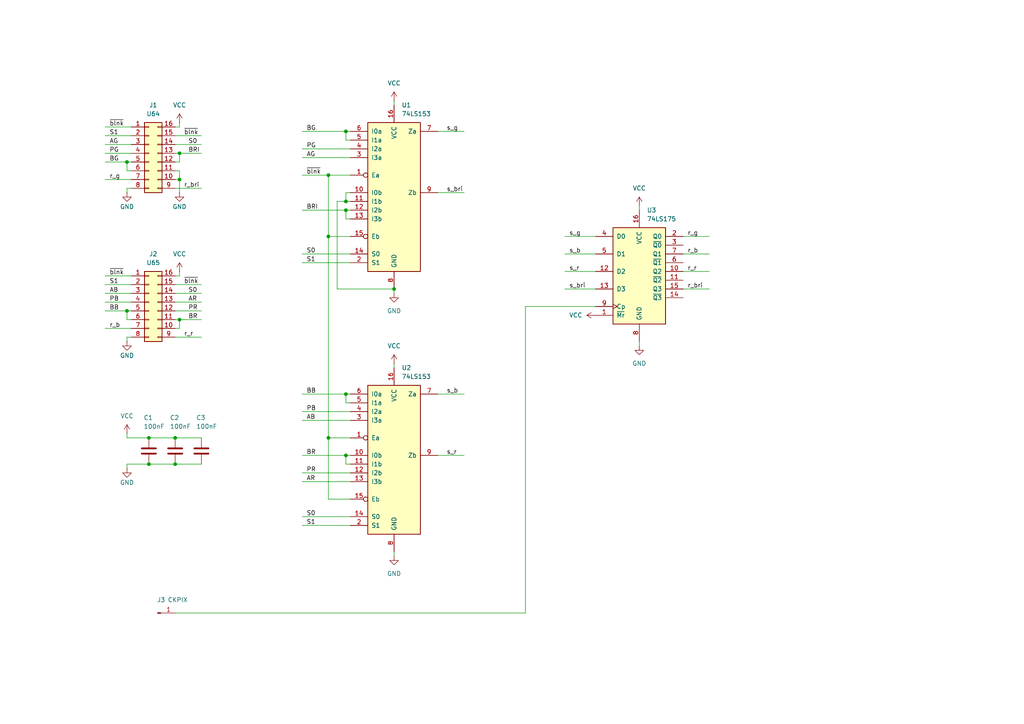
<source format=kicad_sch>
(kicad_sch (version 20231120) (generator "eeschema") (generator_version "8.0")
  (paper "A4")
  (title_block (title "GraFIX - pixel glitch eliminator for Elwro 800 Junior") (company "Przemysław Węgrzyn <pwegrzyn@codepainters.com>"))
  (lib_symbols
    (symbol "74xx:74LS153" (pin_names (offset 1.016))
      (property "Reference" "U" (at -7.62 21.59 0))
      (property "Value" "74LS153" (at -7.62 -24.13 0))
      (symbol "74LS153_1_0"
        (pin input inverted (at -12.7 5.08 0) (length 5.08) (name "Ea") (number "1"))
        (pin input line (at -12.7 0 0) (length 5.08) (name "I0b") (number "10"))
        (pin input line (at -12.7 -2.54 0) (length 5.08) (name "I1b") (number "11"))
        (pin input line (at -12.7 -5.08 0) (length 5.08) (name "I2b") (number "12"))
        (pin input line (at -12.7 -7.62 0) (length 5.08) (name "I3b") (number "13"))
        (pin input line (at -12.7 -17.78 0) (length 5.08) (name "S0") (number "14"))
        (pin input inverted (at -12.7 -12.7 0) (length 5.08) (name "Eb") (number "15"))
        (pin power_in line (at 0 25.4 270) (length 5.08) (name "VCC") (number "16"))
        (pin input line (at -12.7 -20.32 0) (length 5.08) (name "S1") (number "2"))
        (pin input line (at -12.7 10.16 0) (length 5.08) (name "I3a") (number "3"))
        (pin input line (at -12.7 12.7 0) (length 5.08) (name "I2a") (number "4"))
        (pin input line (at -12.7 15.24 0) (length 5.08) (name "I1a") (number "5"))
        (pin input line (at -12.7 17.78 0) (length 5.08) (name "I0a") (number "6"))
        (pin output line (at 12.7 17.78 180) (length 5.08) (name "Za") (number "7"))
        (pin power_in line (at 0 -27.94 90) (length 5.08) (name "GND") (number "8"))
        (pin output line (at 12.7 0 180) (length 5.08) (name "Zb") (number "9"))
      )
      (symbol "74LS153_1_1"
        (rectangle (start -7.62 20.32) (end 7.62 -22.86) (stroke (width 0.254)) (fill (type background)))
      )
    )
    (symbol "74xx:74LS175" (pin_names (offset 1.016))
      (property "Reference" "U" (at -7.62 13.97 0))
      (property "Value" "74LS175" (at -7.62 -16.51 0))
      (symbol "74LS175_1_0"
        (pin input line (at -12.7 -12.7 0) (length 5.08) (name "~{Mr}") (number "1"))
        (pin output line (at 12.7 0 180) (length 5.08) (name "Q2") (number "10"))
        (pin output line (at 12.7 -2.54 180) (length 5.08) (name "~{Q2}") (number "11"))
        (pin input line (at -12.7 0 0) (length 5.08) (name "D2") (number "12"))
        (pin input line (at -12.7 -5.08 0) (length 5.08) (name "D3") (number "13"))
        (pin output line (at 12.7 -7.62 180) (length 5.08) (name "~{Q3}") (number "14"))
        (pin output line (at 12.7 -5.08 180) (length 5.08) (name "Q3") (number "15"))
        (pin power_in line (at 0 17.78 270) (length 5.08) (name "VCC") (number "16"))
        (pin output line (at 12.7 10.16 180) (length 5.08) (name "Q0") (number "2"))
        (pin output line (at 12.7 7.62 180) (length 5.08) (name "~{Q0}") (number "3"))
        (pin input line (at -12.7 10.16 0) (length 5.08) (name "D0") (number "4"))
        (pin input line (at -12.7 5.08 0) (length 5.08) (name "D1") (number "5"))
        (pin output line (at 12.7 2.54 180) (length 5.08) (name "~{Q1}") (number "6"))
        (pin output line (at 12.7 5.08 180) (length 5.08) (name "Q1") (number "7"))
        (pin power_in line (at 0 -20.32 90) (length 5.08) (name "GND") (number "8"))
        (pin input clock (at -12.7 -10.16 0) (length 5.08) (name "Cp") (number "9"))
      )
      (symbol "74LS175_1_1"
        (rectangle (start -7.62 12.7) (end 7.62 -15.24) (stroke (width 0.254)) (fill (type background)))
      )
    )
    (symbol "Connector:Conn_01x01_Pin" (pin_names (offset 1.016) hide)
      (property "Reference" "J" (at 0 2.54 0))
      (property "Value" "Conn_01x01_Pin" (at 0 -2.54 0))
      (symbol "Conn_01x01_Pin_1_1"
        (polyline (pts (xy 1.27 0) (xy 0.8636 0)) (stroke (width 0.1524)))
        (rectangle (start 0.8636 0.127) (end 0 -0.127) (stroke (width 0.1524)) (fill (type outline)))
        (pin passive line (at 5.08 0 180) (length 3.81) (name "Pin_1") (number "1"))
      )
    )
    (symbol "Connector_Generic:Conn_02x08_Counter_Clockwise" (pin_names (offset 1.016) hide)
      (property "Reference" "J" (at 1.27 10.16 0))
      (property "Value" "Conn_02x08_Counter_Clockwise" (at 1.27 -12.7 0))
      (symbol "Conn_02x08_Counter_Clockwise_1_1"
        (rectangle (start -1.27 -10.033) (end 0 -10.287) (stroke (width 0.1524)))
        (rectangle (start -1.27 -7.493) (end 0 -7.747) (stroke (width 0.1524)))
        (rectangle (start -1.27 -4.953) (end 0 -5.207) (stroke (width 0.1524)))
        (rectangle (start -1.27 -2.413) (end 0 -2.667) (stroke (width 0.1524)))
        (rectangle (start -1.27 0.127) (end 0 -0.127) (stroke (width 0.1524)))
        (rectangle (start -1.27 2.667) (end 0 2.413) (stroke (width 0.1524)))
        (rectangle (start -1.27 5.207) (end 0 4.953) (stroke (width 0.1524)))
        (rectangle (start -1.27 7.747) (end 0 7.493) (stroke (width 0.1524)))
        (rectangle (start -1.27 8.89) (end 3.81 -11.43) (stroke (width 0.254)) (fill (type background)))
        (rectangle (start 3.81 -10.033) (end 2.54 -10.287) (stroke (width 0.1524)))
        (rectangle (start 3.81 -7.493) (end 2.54 -7.747) (stroke (width 0.1524)))
        (rectangle (start 3.81 -4.953) (end 2.54 -5.207) (stroke (width 0.1524)))
        (rectangle (start 3.81 -2.413) (end 2.54 -2.667) (stroke (width 0.1524)))
        (rectangle (start 3.81 0.127) (end 2.54 -0.127) (stroke (width 0.1524)))
        (rectangle (start 3.81 2.667) (end 2.54 2.413) (stroke (width 0.1524)))
        (rectangle (start 3.81 5.207) (end 2.54 4.953) (stroke (width 0.1524)))
        (rectangle (start 3.81 7.747) (end 2.54 7.493) (stroke (width 0.1524)))
        (pin passive line (at -5.08 7.62 0) (length 3.81) (name "Pin_1") (number "1"))
        (pin passive line (at 7.62 -7.62 180) (length 3.81) (name "Pin_10") (number "10"))
        (pin passive line (at 7.62 -5.08 180) (length 3.81) (name "Pin_11") (number "11"))
        (pin passive line (at 7.62 -2.54 180) (length 3.81) (name "Pin_12") (number "12"))
        (pin passive line (at 7.62 0 180) (length 3.81) (name "Pin_13") (number "13"))
        (pin passive line (at 7.62 2.54 180) (length 3.81) (name "Pin_14") (number "14"))
        (pin passive line (at 7.62 5.08 180) (length 3.81) (name "Pin_15") (number "15"))
        (pin passive line (at 7.62 7.62 180) (length 3.81) (name "Pin_16") (number "16"))
        (pin passive line (at -5.08 5.08 0) (length 3.81) (name "Pin_2") (number "2"))
        (pin passive line (at -5.08 2.54 0) (length 3.81) (name "Pin_3") (number "3"))
        (pin passive line (at -5.08 0 0) (length 3.81) (name "Pin_4") (number "4"))
        (pin passive line (at -5.08 -2.54 0) (length 3.81) (name "Pin_5") (number "5"))
        (pin passive line (at -5.08 -5.08 0) (length 3.81) (name "Pin_6") (number "6"))
        (pin passive line (at -5.08 -7.62 0) (length 3.81) (name "Pin_7") (number "7"))
        (pin passive line (at -5.08 -10.16 0) (length 3.81) (name "Pin_8") (number "8"))
        (pin passive line (at 7.62 -10.16 180) (length 3.81) (name "Pin_9") (number "9"))
      )
    )
    (symbol "Device:C" (pin_numbers hide) (pin_names (offset 0.254))
      (property "Reference" "C" (at 0.635 2.54 0))
      (property "Value" "C" (at 0.635 -2.54 0))
      (symbol "C_0_1"
        (polyline (pts (xy -2.032 -0.762) (xy 2.032 -0.762)) (stroke (width 0.508)))
        (polyline (pts (xy -2.032 0.762) (xy 2.032 0.762)) (stroke (width 0.508)))
      )
      (symbol "C_1_1"
        (pin passive line (at 0 3.81 270) (length 2.794) (name "~") (number "1"))
        (pin passive line (at 0 -3.81 90) (length 2.794) (name "~") (number "2"))
      )
    )
    (symbol "power:GND" (power) (pin_numbers hide) (pin_names (offset 0) hide)
      (property "Value" "GND" (at 0 -3.81 0))
      (symbol "GND_0_1"
        (polyline (pts (xy 0 0) (xy 0 -1.27) (xy 1.27 -1.27) (xy 0 -2.54) (xy -1.27 -1.27) (xy 0 -1.27)))
      )
      (symbol "GND_1_1"
        (pin power_in line (at 0 0 270) (length 0) (name "~") (number "1"))
      )
    )
    (symbol "power:VCC" (power) (pin_numbers hide) (pin_names (offset 0) hide)
      (property "Value" "VCC" (at 0 3.556 0))
      (symbol "VCC_0_1"
        (polyline (pts (xy -0.762 1.27) (xy 0 2.54)))
        (polyline (pts (xy 0 0) (xy 0 2.54)))
        (polyline (pts (xy 0 2.54) (xy 0.762 1.27)))
      )
      (symbol "VCC_1_1"
        (pin power_in line (at 0 0 90) (length 0) (name "~") (number "1"))
      )
    )
  )
  (junction (at 95.25 68.58))
  (junction (at 100.33 58.42))
  (junction (at 100.33 60.96))
  (junction (at 95.25 50.8))
  (junction (at 50.8 127))
  (junction (at 95.25 127))
  (junction (at 52.07 92.71))
  (junction (at 100.33 38.1))
  (junction (at 43.18 127))
  (junction (at 52.07 44.45))
  (junction (at 100.33 114.3))
  (junction (at 36.83 90.17))
  (junction (at 52.07 52.07))
  (junction (at 100.33 132.08))
  (junction (at 36.83 46.99))
  (junction (at 50.8 134.62))
  (junction (at 43.18 134.62))
  (junction (at 114.3 83.82))
  (wire (pts (xy 114.3 29.21) (xy 114.3 30.48)))
  (wire (pts (xy 50.8 127) (xy 43.18 127)))
  (wire (pts (xy 127 38.1) (xy 134.62 38.1)))
  (wire (pts (xy 30.48 46.99) (xy 36.83 46.99)))
  (wire (pts (xy 52.07 92.71) (xy 58.42 92.71)))
  (wire (pts (xy 50.8 36.83) (xy 52.07 36.83)))
  (wire (pts (xy 50.8 95.25) (xy 52.07 95.25)))
  (wire (pts (xy 87.63 38.1) (xy 100.33 38.1)))
  (wire (pts (xy 50.8 52.07) (xy 52.07 52.07)))
  (wire (pts (xy 87.63 73.66) (xy 101.6 73.66)))
  (wire (pts (xy 101.6 63.5) (xy 100.33 63.5)))
  (wire (pts (xy 36.83 90.17) (xy 38.1 90.17)))
  (wire (pts (xy 87.63 121.92) (xy 101.6 121.92)))
  (wire (pts (xy 100.33 55.88) (xy 101.6 55.88)))
  (wire (pts (xy 198.12 78.74) (xy 205.74 78.74)))
  (wire (pts (xy 50.8 44.45) (xy 52.07 44.45)))
  (wire (pts (xy 30.48 85.09) (xy 38.1 85.09)))
  (wire (pts (xy 87.63 50.8) (xy 95.25 50.8)))
  (wire (pts (xy 87.63 45.72) (xy 101.6 45.72)))
  (wire (pts (xy 36.83 97.79) (xy 38.1 97.79)))
  (wire (pts (xy 52.07 92.71) (xy 50.8 92.71)))
  (wire (pts (xy 52.07 95.25) (xy 52.07 92.71)))
  (wire (pts (xy 50.8 90.17) (xy 58.42 90.17)))
  (wire (pts (xy 38.1 49.53) (xy 36.83 49.53)))
  (wire (pts (xy 198.12 73.66) (xy 205.74 73.66)))
  (wire (pts (xy 52.07 52.07) (xy 52.07 49.53)))
  (wire (pts (xy 100.33 60.96) (xy 101.6 60.96)))
  (wire (pts (xy 95.25 68.58) (xy 101.6 68.58)))
  (wire (pts (xy 87.63 43.18) (xy 101.6 43.18)))
  (wire (pts (xy 97.79 58.42) (xy 100.33 58.42)))
  (wire (pts (xy 127 132.08) (xy 134.62 132.08)))
  (wire (pts (xy 36.83 54.61) (xy 38.1 54.61)))
  (wire (pts (xy 30.48 80.01) (xy 38.1 80.01)))
  (wire (pts (xy 114.3 160.02) (xy 114.3 161.29)))
  (wire (pts (xy 100.33 38.1) (xy 100.33 40.64)))
  (wire (pts (xy 36.83 46.99) (xy 38.1 46.99)))
  (wire (pts (xy 95.25 127) (xy 101.6 127)))
  (wire (pts (xy 52.07 52.07) (xy 52.07 55.88)))
  (wire (pts (xy 87.63 152.4) (xy 101.6 152.4)))
  (wire (pts (xy 87.63 132.08) (xy 100.33 132.08)))
  (wire (pts (xy 114.3 105.41) (xy 114.3 106.68)))
  (wire (pts (xy 43.18 127) (xy 36.83 127)))
  (wire (pts (xy 101.6 134.62) (xy 100.33 134.62)))
  (wire (pts (xy 198.12 68.58) (xy 205.74 68.58)))
  (wire (pts (xy 127 55.88) (xy 134.62 55.88)))
  (wire (pts (xy 152.4 88.9) (xy 152.4 177.8)))
  (wire (pts (xy 101.6 58.42) (xy 100.33 58.42)))
  (wire (pts (xy 30.48 87.63) (xy 38.1 87.63)))
  (wire (pts (xy 100.33 114.3) (xy 101.6 114.3)))
  (wire (pts (xy 36.83 135.89) (xy 36.83 134.62)))
  (wire (pts (xy 36.83 99.06) (xy 36.83 97.79)))
  (wire (pts (xy 87.63 119.38) (xy 101.6 119.38)))
  (wire (pts (xy 30.48 44.45) (xy 38.1 44.45)))
  (wire (pts (xy 101.6 116.84) (xy 100.33 116.84)))
  (wire (pts (xy 50.8 87.63) (xy 58.42 87.63)))
  (wire (pts (xy 163.83 83.82) (xy 172.72 83.82)))
  (wire (pts (xy 50.8 46.99) (xy 52.07 46.99)))
  (wire (pts (xy 50.8 134.62) (xy 58.42 134.62)))
  (wire (pts (xy 114.3 83.82) (xy 114.3 85.09)))
  (wire (pts (xy 50.8 41.91) (xy 58.42 41.91)))
  (wire (pts (xy 100.33 132.08) (xy 101.6 132.08)))
  (wire (pts (xy 52.07 80.01) (xy 52.07 78.74)))
  (wire (pts (xy 163.83 68.58) (xy 172.72 68.58)))
  (wire (pts (xy 100.33 134.62) (xy 100.33 132.08)))
  (wire (pts (xy 58.42 127) (xy 50.8 127)))
  (wire (pts (xy 50.8 80.01) (xy 52.07 80.01)))
  (wire (pts (xy 185.42 59.69) (xy 185.42 60.96)))
  (wire (pts (xy 87.63 139.7) (xy 101.6 139.7)))
  (wire (pts (xy 30.48 82.55) (xy 38.1 82.55)))
  (wire (pts (xy 52.07 49.53) (xy 50.8 49.53)))
  (wire (pts (xy 97.79 83.82) (xy 97.79 58.42)))
  (wire (pts (xy 95.25 68.58) (xy 95.25 127)))
  (wire (pts (xy 50.8 97.79) (xy 58.42 97.79)))
  (wire (pts (xy 101.6 40.64) (xy 100.33 40.64)))
  (wire (pts (xy 87.63 114.3) (xy 100.33 114.3)))
  (wire (pts (xy 95.25 50.8) (xy 95.25 68.58)))
  (wire (pts (xy 30.48 90.17) (xy 36.83 90.17)))
  (wire (pts (xy 36.83 55.88) (xy 36.83 54.61)))
  (wire (pts (xy 87.63 137.16) (xy 101.6 137.16)))
  (wire (pts (xy 30.48 39.37) (xy 38.1 39.37)))
  (wire (pts (xy 50.8 177.8) (xy 152.4 177.8)))
  (wire (pts (xy 50.8 85.09) (xy 58.42 85.09)))
  (wire (pts (xy 114.3 83.82) (xy 97.79 83.82)))
  (wire (pts (xy 87.63 76.2) (xy 101.6 76.2)))
  (wire (pts (xy 30.48 52.07) (xy 38.1 52.07)))
  (wire (pts (xy 95.25 50.8) (xy 101.6 50.8)))
  (wire (pts (xy 100.33 114.3) (xy 100.33 116.84)))
  (wire (pts (xy 127 114.3) (xy 134.62 114.3)))
  (wire (pts (xy 52.07 36.83) (xy 52.07 35.56)))
  (wire (pts (xy 172.72 88.9) (xy 152.4 88.9)))
  (wire (pts (xy 95.25 144.78) (xy 95.25 127)))
  (wire (pts (xy 87.63 60.96) (xy 100.33 60.96)))
  (wire (pts (xy 50.8 54.61) (xy 58.42 54.61)))
  (wire (pts (xy 30.48 36.83) (xy 38.1 36.83)))
  (wire (pts (xy 36.83 92.71) (xy 36.83 90.17)))
  (wire (pts (xy 163.83 73.66) (xy 172.72 73.66)))
  (wire (pts (xy 87.63 149.86) (xy 101.6 149.86)))
  (wire (pts (xy 52.07 44.45) (xy 58.42 44.45)))
  (wire (pts (xy 36.83 49.53) (xy 36.83 46.99)))
  (wire (pts (xy 50.8 82.55) (xy 58.42 82.55)))
  (wire (pts (xy 198.12 83.82) (xy 205.74 83.82)))
  (wire (pts (xy 36.83 134.62) (xy 43.18 134.62)))
  (wire (pts (xy 163.83 78.74) (xy 172.72 78.74)))
  (wire (pts (xy 100.33 38.1) (xy 101.6 38.1)))
  (wire (pts (xy 38.1 92.71) (xy 36.83 92.71)))
  (wire (pts (xy 100.33 55.88) (xy 100.33 58.42)))
  (wire (pts (xy 30.48 41.91) (xy 38.1 41.91)))
  (wire (pts (xy 101.6 144.78) (xy 95.25 144.78)))
  (wire (pts (xy 185.42 99.06) (xy 185.42 100.33)))
  (wire (pts (xy 30.48 95.25) (xy 38.1 95.25)))
  (wire (pts (xy 52.07 46.99) (xy 52.07 44.45)))
  (wire (pts (xy 100.33 63.5) (xy 100.33 60.96)))
  (wire (pts (xy 43.18 134.62) (xy 50.8 134.62)))
  (wire (pts (xy 36.83 127) (xy 36.83 125.73)))
  (wire (pts (xy 50.8 39.37) (xy 58.42 39.37)))
  (label "AB" (at 88.9 121.92 0))
  (label "s_g" (at 129.54 38.1 0))
  (label "BR" (at 54.61 92.71 0))
  (label "s_r" (at 129.54 132.08 0))
  (label "S0" (at 54.61 41.91 0))
  (label "s_g" (at 165.1 68.58 0))
  (label "PB" (at 31.75 87.63 0))
  (label "r_r" (at 199.39 78.74 0))
  (label "s_b" (at 129.54 114.3 0))
  (label "r_b" (at 199.39 73.66 0))
  (label "s_bri" (at 165.1 83.82 0))
  (label "r_b" (at 31.75 95.25 0))
  (label "r_g" (at 199.39 68.58 0))
  (label "s_b" (at 165.1 73.66 0))
  (label "AG" (at 88.9 45.72 0))
  (label "r_r" (at 53.34 97.79 0))
  (label "~{blnk}" (at 31.75 36.83 0))
  (label "BRI" (at 54.61 44.45 0))
  (label "BB" (at 31.75 90.17 0))
  (label "PG" (at 88.9 43.18 0))
  (label "s_r" (at 165.1 78.74 0))
  (label "S0" (at 88.9 73.66 0))
  (label "PG" (at 31.75 44.45 0))
  (label "AB" (at 31.75 85.09 0))
  (label "BG" (at 31.75 46.99 0))
  (label "S0" (at 54.61 85.09 0))
  (label "PR" (at 88.9 137.16 0))
  (label "AR" (at 54.61 87.63 0))
  (label "S1" (at 31.75 82.55 0))
  (label "BB" (at 88.9 114.3 0))
  (label "~{blnk}" (at 31.75 80.01 0))
  (label "S1" (at 88.9 152.4 0))
  (label "S1" (at 88.9 76.2 0))
  (label "r_g" (at 31.75 52.07 0))
  (label "PR" (at 54.61 90.17 0))
  (label "AR" (at 88.9 139.7 0))
  (label "r_bri" (at 199.39 83.82 0))
  (label "BRI" (at 88.9 60.96 0))
  (label "PB" (at 88.9 119.38 0))
  (label "s_bri" (at 129.54 55.88 0))
  (label "~{blnk}" (at 53.34 82.55 0))
  (label "BG" (at 88.9 38.1 0))
  (label "~{blnk}" (at 53.34 39.37 0))
  (label "S0" (at 88.9 149.86 0))
  (label "~{blnk}" (at 88.9 50.8 0))
  (label "r_bri" (at 53.34 54.61 0))
  (label "BR" (at 88.9 132.08 0))
  (label "AG" (at 31.75 41.91 0))
  (label "S1" (at 31.75 39.37 0))
  (symbol (lib_id "power:VCC") (at 172.72 91.44 90) (unit 1)
    (property "Reference" "#PWR07" (effects (hide yes)))
    (property "Value" "VCC" (at 168.91 91.4399 90) (effects (justify left)))
    (property "Description" "Power symbol creates a global label with name \"VCC\"" (effects (hide yes)))
  )
  (symbol (lib_id "power:GND") (at 36.83 99.06 0) (unit 1)
    (property "Reference" "#PWR011" (effects (hide yes)))
    (property "Value" "GND" (at 36.83 103.124 0))
    (property "Description" "Power symbol creates a global label with name \"GND\" , ground" (effects (hide yes)))
  )
  (symbol (lib_id "power:VCC") (at 114.3 29.21 0) (unit 1)
    (property "Reference" "#PWR04" (effects (hide yes)))
    (property "Value" "VCC" (at 114.3 24.13 0))
    (property "Description" "Power symbol creates a global label with name \"VCC\"" (effects (hide yes)))
  )
  (symbol (lib_id "power:GND") (at 52.07 55.88 0) (unit 1)
    (property "Reference" "#PWR010" (effects (hide yes)))
    (property "Value" "GND" (at 52.07 59.944 0))
    (property "Description" "Power symbol creates a global label with name \"GND\" , ground" (effects (hide yes)))
  )
  (symbol (lib_id "Device:C") (at 58.42 130.81 0) (unit 1)
    (property "Reference" "C3" (at 56.896 121.158 0) (effects (justify left)))
    (property "Value" "100nF" (at 56.896 123.698 0) (effects (justify left)))
    (property "Footprint" "Capacitor_THT:C_Disc_D5.0mm_W2.5mm_P5.00mm" (effects (hide yes)))
    (property "Description" "Unpolarized capacitor" (effects (hide yes)))
  )
  (symbol (lib_id "power:GND") (at 36.83 55.88 0) (unit 1)
    (property "Reference" "#PWR08" (effects (hide yes)))
    (property "Value" "GND" (at 36.83 59.944 0))
    (property "Description" "Power symbol creates a global label with name \"GND\" , ground" (effects (hide yes)))
  )
  (symbol (lib_id "power:GND") (at 114.3 161.29 0) (unit 1)
    (property "Reference" "#PWR02" (effects (hide yes)))
    (property "Value" "GND" (at 114.3 166.37 0))
    (property "Description" "Power symbol creates a global label with name \"GND\" , ground" (effects (hide yes)))
  )
  (symbol (lib_id "Connector_Generic:Conn_02x08_Counter_Clockwise") (at 43.18 44.45 0) (unit 1)
    (property "Reference" "J1" (at 44.45 30.48 0))
    (property "Value" "U64" (at 44.45 33.02 0))
    (property "Footprint" "grafix:DIP16_pins" (effects (hide yes)))
    (property "Description" "Generic connector, double row, 02x08, counter clockwise pin numbering scheme (similar to DIP package numbering), script generated (kicad-library-utils/schlib/autogen/connector/)" (effects (hide yes)))
  )
  (symbol (lib_id "power:VCC") (at 36.83 125.73 0) (unit 1)
    (property "Reference" "#PWR014" (effects (hide yes)))
    (property "Value" "VCC" (at 36.83 120.65 0))
    (property "Description" "Power symbol creates a global label with name \"VCC\"" (effects (hide yes)))
  )
  (symbol (lib_id "74xx:74LS175") (at 185.42 78.74 0) (unit 1)
    (property "Reference" "U3" (at 187.6141 60.96 0) (effects (justify left)))
    (property "Value" "74LS175" (at 187.6141 63.5 0) (effects (justify left)))
    (property "Footprint" "Package_DIP:DIP-16_W7.62mm" (effects (hide yes)))
    (property "Datasheet" "http://www.ti.com/lit/gpn/sn74LS175" (effects (hide yes)))
    (property "Description" "4-bit D Flip-Flop, reset" (effects (hide yes)))
  )
  (symbol (lib_id "74xx:74LS153") (at 114.3 55.88 0) (unit 1)
    (property "Reference" "U1" (at 116.4941 30.48 0) (effects (justify left)))
    (property "Value" "74LS153" (at 116.4941 33.02 0) (effects (justify left)))
    (property "Footprint" "Package_DIP:DIP-16_W7.62mm" (effects (hide yes)))
    (property "Datasheet" "http://www.ti.com/lit/gpn/sn74LS153" (effects (hide yes)))
    (property "Description" "Dual Multiplexer 4 to 1" (effects (hide yes)))
  )
  (symbol (lib_id "power:VCC") (at 52.07 35.56 0) (unit 1)
    (property "Reference" "#PWR09" (effects (hide yes)))
    (property "Value" "VCC" (at 52.07 30.48 0))
    (property "Description" "Power symbol creates a global label with name \"VCC\"" (effects (hide yes)))
  )
  (symbol (lib_id "Device:C") (at 43.18 130.81 0) (unit 1)
    (property "Reference" "C1" (at 41.656 121.158 0) (effects (justify left)))
    (property "Value" "100nF" (at 41.656 123.698 0) (effects (justify left)))
    (property "Footprint" "Capacitor_THT:C_Disc_D5.0mm_W2.5mm_P5.00mm" (effects (hide yes)))
    (property "Description" "Unpolarized capacitor" (effects (hide yes)))
  )
  (symbol (lib_id "Connector:Conn_01x01_Pin") (at 45.72 177.8 0) (unit 1)
    (property "Reference" "J3" (at 46.736 173.99 0))
    (property "Value" "CKPIX" (at 51.562 173.99 0))
    (property "Footprint" "Connector_PinHeader_2.00mm:PinHeader_1x01_P2.00mm_Vertical" (effects (hide yes)))
    (property "Description" "Generic connector, single row, 01x01, script generated" (effects (hide yes)))
  )
  (symbol (lib_id "Device:C") (at 50.8 130.81 0) (unit 1)
    (property "Reference" "C2" (at 49.276 121.158 0) (effects (justify left)))
    (property "Value" "100nF" (at 49.276 123.698 0) (effects (justify left)))
    (property "Footprint" "Capacitor_THT:C_Disc_D5.0mm_W2.5mm_P5.00mm" (effects (hide yes)))
    (property "Description" "Unpolarized capacitor" (effects (hide yes)))
  )
  (symbol (lib_id "power:VCC") (at 114.3 105.41 0) (unit 1)
    (property "Reference" "#PWR05" (effects (hide yes)))
    (property "Value" "VCC" (at 114.3 100.33 0))
    (property "Description" "Power symbol creates a global label with name \"VCC\"" (effects (hide yes)))
  )
  (symbol (lib_id "power:GND") (at 114.3 85.09 0) (unit 1)
    (property "Reference" "#PWR01" (effects (hide yes)))
    (property "Value" "GND" (at 114.3 90.17 0))
    (property "Description" "Power symbol creates a global label with name \"GND\" , ground" (effects (hide yes)))
  )
  (symbol (lib_id "power:VCC") (at 185.42 59.69 0) (unit 1)
    (property "Reference" "#PWR06" (effects (hide yes)))
    (property "Value" "VCC" (at 185.42 54.61 0))
    (property "Description" "Power symbol creates a global label with name \"VCC\"" (effects (hide yes)))
  )
  (symbol (lib_id "power:GND") (at 36.83 135.89 0) (unit 1)
    (property "Reference" "#PWR013" (effects (hide yes)))
    (property "Value" "GND" (at 36.83 139.954 0))
    (property "Description" "Power symbol creates a global label with name \"GND\" , ground" (effects (hide yes)))
  )
  (symbol (lib_id "Connector_Generic:Conn_02x08_Counter_Clockwise") (at 43.18 87.63 0) (unit 1)
    (property "Reference" "J2" (at 44.45 73.66 0))
    (property "Value" "U65" (at 44.45 76.2 0))
    (property "Footprint" "grafix:DIP16_pins" (effects (hide yes)))
    (property "Description" "Generic connector, double row, 02x08, counter clockwise pin numbering scheme (similar to DIP package numbering), script generated (kicad-library-utils/schlib/autogen/connector/)" (effects (hide yes)))
  )
  (symbol (lib_id "power:VCC") (at 52.07 78.74 0) (unit 1)
    (property "Reference" "#PWR012" (effects (hide yes)))
    (property "Value" "VCC" (at 52.07 73.66 0))
    (property "Description" "Power symbol creates a global label with name \"VCC\"" (effects (hide yes)))
  )
  (symbol (lib_id "power:GND") (at 185.42 100.33 0) (unit 1)
    (property "Reference" "#PWR03" (effects (hide yes)))
    (property "Value" "GND" (at 185.42 105.41 0))
    (property "Description" "Power symbol creates a global label with name \"GND\" , ground" (effects (hide yes)))
  )
  (symbol (lib_id "74xx:74LS153") (at 114.3 132.08 0) (unit 1)
    (property "Reference" "U2" (at 116.4941 106.68 0) (effects (justify left)))
    (property "Value" "74LS153" (at 116.4941 109.22 0) (effects (justify left)))
    (property "Footprint" "Package_DIP:DIP-16_W7.62mm" (effects (hide yes)))
    (property "Datasheet" "http://www.ti.com/lit/gpn/sn74LS153" (effects (hide yes)))
    (property "Description" "Dual Multiplexer 4 to 1" (effects (hide yes)))
  )
)
</source>
